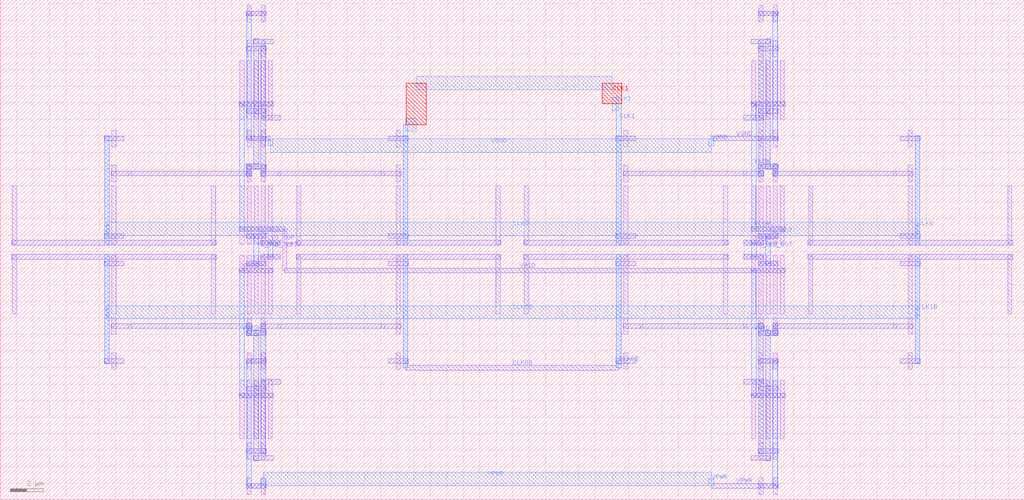
<source format=lef>
MACRO DCDC_CONV2TO1_1
  ORIGIN 0 0 ;
  FOREIGN DCDC_CONV2TO1_1 0 0 ;
  SIZE 61.92 BY 30.24 ;
  PIN CLK0
    DIRECTION INOUT ;
    USE SIGNAL ;
    PORT 
      LAYER M3 ;
        RECT 6.31 15.38 6.59 22 ;
      LAYER M3 ;
        RECT 55.33 15.38 55.61 22 ;
      LAYER M3 ;
        RECT 6.31 16.195 6.59 16.565 ;
      LAYER M4 ;
        RECT 6.45 15.98 55.47 16.78 ;
      LAYER M3 ;
        RECT 55.33 16.195 55.61 16.565 ;
    END
  END CLK0
  PIN CLK0B
    DIRECTION INOUT ;
    USE SIGNAL ;
    PORT 
      LAYER M3 ;
        RECT 24.37 8.24 24.65 14.86 ;
      LAYER M3 ;
        RECT 37.27 8.24 37.55 14.86 ;
      LAYER M3 ;
        RECT 24.37 7.98 24.65 8.4 ;
      LAYER M2 ;
        RECT 24.51 7.84 37.41 8.12 ;
      LAYER M3 ;
        RECT 37.27 7.98 37.55 8.4 ;
    END
  END CLK0B
  PIN CLK1
    DIRECTION INOUT ;
    USE SIGNAL ;
    PORT 
      LAYER M3 ;
        RECT 24.37 15.38 24.65 22 ;
      LAYER M3 ;
        RECT 37.27 15.38 37.55 22 ;
      LAYER M3 ;
        RECT 24.37 21.84 24.65 22.68 ;
      LAYER M4 ;
        RECT 24.51 22.28 25.16 23.08 ;
      LAYER M5 ;
        RECT 24.57 22.68 25.75 25.2 ;
      LAYER M4 ;
        RECT 25.16 24.8 37 25.6 ;
      LAYER M5 ;
        RECT 36.41 23.94 37.59 25.2 ;
      LAYER M4 ;
        RECT 37 23.54 37.41 24.34 ;
      LAYER M3 ;
        RECT 37.27 21.84 37.55 23.94 ;
    END
  END CLK1
  PIN CLK1B
    DIRECTION INOUT ;
    USE SIGNAL ;
    PORT 
      LAYER M3 ;
        RECT 6.31 8.24 6.59 14.86 ;
      LAYER M3 ;
        RECT 55.33 8.24 55.61 14.86 ;
      LAYER M3 ;
        RECT 6.31 11.155 6.59 11.525 ;
      LAYER M4 ;
        RECT 6.45 10.94 55.47 11.74 ;
      LAYER M3 ;
        RECT 55.33 11.155 55.61 11.525 ;
    END
  END CLK1B
  PIN VGND
    DIRECTION INOUT ;
    USE SIGNAL ;
    PORT 
      LAYER M2 ;
        RECT 14.88 29.26 16.08 29.54 ;
      LAYER M2 ;
        RECT 14.88 21.7 16.08 21.98 ;
      LAYER M2 ;
        RECT 14.89 29.26 15.21 29.54 ;
      LAYER M3 ;
        RECT 14.91 21.84 15.19 29.4 ;
      LAYER M2 ;
        RECT 14.89 21.7 15.21 21.98 ;
      LAYER M2 ;
        RECT 45.84 29.26 47.04 29.54 ;
      LAYER M2 ;
        RECT 45.84 21.7 47.04 21.98 ;
      LAYER M2 ;
        RECT 46.71 29.26 47.03 29.54 ;
      LAYER M3 ;
        RECT 46.73 21.84 47.01 29.4 ;
      LAYER M2 ;
        RECT 46.71 21.7 47.03 21.98 ;
      LAYER M2 ;
        RECT 15.91 21.7 16.34 21.98 ;
      LAYER M3 ;
        RECT 16.2 21.42 16.48 21.84 ;
      LAYER M4 ;
        RECT 16.34 21.02 43 21.82 ;
      LAYER M3 ;
        RECT 42.86 21.42 43.14 21.84 ;
      LAYER M2 ;
        RECT 43 21.7 46.01 21.98 ;
    END
  END VGND
  PIN VHIGH
    DIRECTION INOUT ;
    USE SIGNAL ;
    PORT 
      LAYER M2 ;
        RECT 14.45 6.16 16.51 6.44 ;
      LAYER M2 ;
        RECT 14.45 13.72 16.51 14 ;
      LAYER M2 ;
        RECT 14.46 6.16 14.78 6.44 ;
      LAYER M3 ;
        RECT 14.48 6.3 14.76 13.86 ;
      LAYER M2 ;
        RECT 14.46 13.72 14.78 14 ;
    END
  END VHIGH
  PIN VMID
    DIRECTION INOUT ;
    USE SIGNAL ;
    PORT 
      LAYER M2 ;
        RECT 14.45 23.8 16.51 24.08 ;
      LAYER M2 ;
        RECT 14.45 16.24 16.51 16.52 ;
      LAYER M2 ;
        RECT 14.46 23.8 14.78 24.08 ;
      LAYER M3 ;
        RECT 14.48 16.38 14.76 23.94 ;
      LAYER M2 ;
        RECT 14.46 16.24 14.78 16.52 ;
      LAYER M2 ;
        RECT 45.41 6.16 47.47 6.44 ;
      LAYER M2 ;
        RECT 45.41 13.72 47.47 14 ;
      LAYER M2 ;
        RECT 45.42 6.16 45.74 6.44 ;
      LAYER M3 ;
        RECT 45.44 6.3 45.72 13.86 ;
      LAYER M2 ;
        RECT 45.42 13.72 45.74 14 ;
      LAYER M2 ;
        RECT 16.34 16.24 17.2 16.52 ;
      LAYER M1 ;
        RECT 17.075 13.86 17.325 16.38 ;
      LAYER M2 ;
        RECT 17.2 13.72 45.58 14 ;
    END
  END VMID
  PIN VPWR
    DIRECTION INOUT ;
    USE SIGNAL ;
    PORT 
      LAYER M2 ;
        RECT 14.88 0.7 16.08 0.98 ;
      LAYER M2 ;
        RECT 14.88 8.26 16.08 8.54 ;
      LAYER M2 ;
        RECT 14.89 0.7 15.21 0.98 ;
      LAYER M3 ;
        RECT 14.91 0.84 15.19 8.4 ;
      LAYER M2 ;
        RECT 14.89 8.26 15.21 8.54 ;
      LAYER M2 ;
        RECT 45.84 0.7 47.04 0.98 ;
      LAYER M2 ;
        RECT 45.84 8.26 47.04 8.54 ;
      LAYER M2 ;
        RECT 46.71 0.7 47.03 0.98 ;
      LAYER M3 ;
        RECT 46.73 0.84 47.01 8.4 ;
      LAYER M2 ;
        RECT 46.71 8.26 47.03 8.54 ;
      LAYER M2 ;
        RECT 15.75 0.7 16.07 0.98 ;
      LAYER M3 ;
        RECT 15.77 0.84 16.05 1.26 ;
      LAYER M4 ;
        RECT 15.91 0.86 43 1.66 ;
      LAYER M3 ;
        RECT 42.86 0.84 43.14 1.26 ;
      LAYER M2 ;
        RECT 43 0.7 46.01 0.98 ;
    END
  END VPWR
  PIN Y0_TOP
    DIRECTION INOUT ;
    USE SIGNAL ;
    PORT 
      LAYER M2 ;
        RECT 15.74 14.56 16.94 14.84 ;
      LAYER M2 ;
        RECT 15.74 15.4 16.94 15.68 ;
      LAYER M2 ;
        RECT 16.18 14.56 16.5 14.84 ;
      LAYER M3 ;
        RECT 16.2 14.7 16.48 15.54 ;
      LAYER M2 ;
        RECT 16.18 15.4 16.5 15.68 ;
    END
  END Y0_TOP
  PIN Y1_TOP
    DIRECTION INOUT ;
    USE SIGNAL ;
    PORT 
      LAYER M2 ;
        RECT 14.88 14.14 16.08 14.42 ;
      LAYER M2 ;
        RECT 14.88 15.82 16.08 16.1 ;
      LAYER M2 ;
        RECT 15.32 14.14 15.64 14.42 ;
      LAYER M3 ;
        RECT 15.34 14.28 15.62 15.96 ;
      LAYER M2 ;
        RECT 15.32 15.82 15.64 16.1 ;
    END
  END Y1_TOP
  PIN VLOW
    DIRECTION INOUT ;
    USE SIGNAL ;
    PORT 
      LAYER M2 ;
        RECT 45.41 23.8 47.47 24.08 ;
      LAYER M2 ;
        RECT 45.41 16.24 47.47 16.52 ;
      LAYER M2 ;
        RECT 45.42 23.8 45.74 24.08 ;
      LAYER M3 ;
        RECT 45.44 16.38 45.72 23.94 ;
      LAYER M2 ;
        RECT 45.42 16.24 45.74 16.52 ;
    END
  END VLOW
  PIN Y0_BOT
    DIRECTION INOUT ;
    USE SIGNAL ;
    PORT 
      LAYER M2 ;
        RECT 44.98 14.56 46.18 14.84 ;
      LAYER M2 ;
        RECT 44.98 15.4 46.18 15.68 ;
      LAYER M2 ;
        RECT 45.42 14.56 45.74 14.84 ;
      LAYER M3 ;
        RECT 45.44 14.7 45.72 15.54 ;
      LAYER M2 ;
        RECT 45.42 15.4 45.74 15.68 ;
    END
  END Y0_BOT
  PIN Y1_BOT
    DIRECTION INOUT ;
    USE SIGNAL ;
    PORT 
      LAYER M2 ;
        RECT 45.84 14.14 47.04 14.42 ;
      LAYER M2 ;
        RECT 45.84 15.82 47.04 16.1 ;
      LAYER M2 ;
        RECT 46.28 14.14 46.6 14.42 ;
      LAYER M3 ;
        RECT 46.3 14.28 46.58 15.96 ;
      LAYER M2 ;
        RECT 46.28 15.82 46.6 16.1 ;
    END
  END Y1_BOT
  OBS 
  LAYER M3 ;
        RECT 15.77 2.78 16.05 7.3 ;
  LAYER M2 ;
        RECT 15.74 10.36 16.94 10.64 ;
  LAYER M2 ;
        RECT 23.05 10.36 24.25 10.64 ;
  LAYER M3 ;
        RECT 15.77 7.14 16.05 10.5 ;
  LAYER M2 ;
        RECT 15.75 10.36 16.07 10.64 ;
  LAYER M2 ;
        RECT 16.77 10.36 23.22 10.64 ;
  LAYER M2 ;
        RECT 15.75 10.36 16.07 10.64 ;
  LAYER M3 ;
        RECT 15.77 10.34 16.05 10.66 ;
  LAYER M2 ;
        RECT 15.75 10.36 16.07 10.64 ;
  LAYER M3 ;
        RECT 15.77 10.34 16.05 10.66 ;
  LAYER M2 ;
        RECT 15.75 10.36 16.07 10.64 ;
  LAYER M3 ;
        RECT 15.77 10.34 16.05 10.66 ;
  LAYER M2 ;
        RECT 15.75 10.36 16.07 10.64 ;
  LAYER M3 ;
        RECT 15.77 10.34 16.05 10.66 ;
  LAYER M3 ;
        RECT 15.34 2.36 15.62 6.88 ;
  LAYER M2 ;
        RECT 14.88 9.94 16.08 10.22 ;
  LAYER M2 ;
        RECT 6.71 10.36 7.91 10.64 ;
  LAYER M3 ;
        RECT 15.34 6.72 15.62 10.08 ;
  LAYER M2 ;
        RECT 15.32 9.94 15.64 10.22 ;
  LAYER M2 ;
        RECT 14.89 9.94 15.21 10.22 ;
  LAYER M3 ;
        RECT 14.91 10.08 15.19 10.5 ;
  LAYER M2 ;
        RECT 7.74 10.36 15.05 10.64 ;
  LAYER M2 ;
        RECT 15.32 9.94 15.64 10.22 ;
  LAYER M3 ;
        RECT 15.34 9.92 15.62 10.24 ;
  LAYER M2 ;
        RECT 15.32 9.94 15.64 10.22 ;
  LAYER M3 ;
        RECT 15.34 9.92 15.62 10.24 ;
  LAYER M2 ;
        RECT 14.89 9.94 15.21 10.22 ;
  LAYER M3 ;
        RECT 14.91 9.92 15.19 10.24 ;
  LAYER M2 ;
        RECT 14.89 10.36 15.21 10.64 ;
  LAYER M3 ;
        RECT 14.91 10.34 15.19 10.66 ;
  LAYER M2 ;
        RECT 15.32 9.94 15.64 10.22 ;
  LAYER M3 ;
        RECT 15.34 9.92 15.62 10.24 ;
  LAYER M2 ;
        RECT 14.89 9.94 15.21 10.22 ;
  LAYER M3 ;
        RECT 14.91 9.92 15.19 10.24 ;
  LAYER M2 ;
        RECT 14.89 10.36 15.21 10.64 ;
  LAYER M3 ;
        RECT 14.91 10.34 15.19 10.66 ;
  LAYER M2 ;
        RECT 15.32 9.94 15.64 10.22 ;
  LAYER M3 ;
        RECT 15.34 9.92 15.62 10.24 ;
  LAYER M1 ;
        RECT 15.785 3.695 16.035 7.225 ;
  LAYER M1 ;
        RECT 15.785 2.435 16.035 3.445 ;
  LAYER M1 ;
        RECT 15.785 0.335 16.035 1.345 ;
  LAYER M1 ;
        RECT 16.215 3.695 16.465 7.225 ;
  LAYER M1 ;
        RECT 15.355 3.695 15.605 7.225 ;
  LAYER M1 ;
        RECT 14.925 3.695 15.175 7.225 ;
  LAYER M1 ;
        RECT 14.925 2.435 15.175 3.445 ;
  LAYER M1 ;
        RECT 14.925 0.335 15.175 1.345 ;
  LAYER M1 ;
        RECT 14.495 3.695 14.745 7.225 ;
  LAYER M2 ;
        RECT 15.74 7 16.94 7.28 ;
  LAYER M2 ;
        RECT 14.88 2.8 16.08 3.08 ;
  LAYER M2 ;
        RECT 14.88 6.58 16.08 6.86 ;
  LAYER M2 ;
        RECT 15.31 2.38 16.51 2.66 ;
  LAYER M2 ;
        RECT 14.88 0.7 16.08 0.98 ;
  LAYER M3 ;
        RECT 15.77 2.78 16.05 7.3 ;
  LAYER M3 ;
        RECT 15.34 2.36 15.62 6.88 ;
  LAYER M2 ;
        RECT 14.45 6.16 16.51 6.44 ;
  LAYER M1 ;
        RECT 15.785 11.255 16.035 14.785 ;
  LAYER M1 ;
        RECT 15.785 9.995 16.035 11.005 ;
  LAYER M1 ;
        RECT 15.785 7.895 16.035 8.905 ;
  LAYER M1 ;
        RECT 16.215 11.255 16.465 14.785 ;
  LAYER M1 ;
        RECT 15.355 11.255 15.605 14.785 ;
  LAYER M1 ;
        RECT 14.925 11.255 15.175 14.785 ;
  LAYER M1 ;
        RECT 14.925 9.995 15.175 11.005 ;
  LAYER M1 ;
        RECT 14.925 7.895 15.175 8.905 ;
  LAYER M1 ;
        RECT 14.495 11.255 14.745 14.785 ;
  LAYER M2 ;
        RECT 14.88 8.26 16.08 8.54 ;
  LAYER M2 ;
        RECT 15.74 14.56 16.94 14.84 ;
  LAYER M2 ;
        RECT 14.88 14.14 16.08 14.42 ;
  LAYER M2 ;
        RECT 15.74 10.36 16.94 10.64 ;
  LAYER M2 ;
        RECT 14.88 9.94 16.08 10.22 ;
  LAYER M2 ;
        RECT 14.45 13.72 16.51 14 ;
  LAYER M1 ;
        RECT 23.955 11.255 24.205 14.785 ;
  LAYER M1 ;
        RECT 23.955 9.995 24.205 11.005 ;
  LAYER M1 ;
        RECT 23.955 7.895 24.205 8.905 ;
  LAYER M1 ;
        RECT 17.935 11.255 18.185 14.785 ;
  LAYER M1 ;
        RECT 29.975 11.255 30.225 14.785 ;
  LAYER M2 ;
        RECT 17.89 14.56 30.27 14.84 ;
  LAYER M2 ;
        RECT 23.48 8.26 24.68 8.54 ;
  LAYER M2 ;
        RECT 23.48 14.14 24.68 14.42 ;
  LAYER M2 ;
        RECT 23.05 10.36 24.25 10.64 ;
  LAYER M3 ;
        RECT 24.37 8.24 24.65 14.86 ;
  LAYER M1 ;
        RECT 6.755 11.255 7.005 14.785 ;
  LAYER M1 ;
        RECT 6.755 9.995 7.005 11.005 ;
  LAYER M1 ;
        RECT 6.755 7.895 7.005 8.905 ;
  LAYER M1 ;
        RECT 12.775 11.255 13.025 14.785 ;
  LAYER M1 ;
        RECT 0.735 11.255 0.985 14.785 ;
  LAYER M2 ;
        RECT 0.69 14.56 13.07 14.84 ;
  LAYER M2 ;
        RECT 6.28 8.26 7.48 8.54 ;
  LAYER M2 ;
        RECT 6.28 14.14 7.48 14.42 ;
  LAYER M2 ;
        RECT 6.71 10.36 7.91 10.64 ;
  LAYER M3 ;
        RECT 6.31 8.24 6.59 14.86 ;
  LAYER M3 ;
        RECT 15.77 22.94 16.05 27.46 ;
  LAYER M2 ;
        RECT 15.74 19.6 16.94 19.88 ;
  LAYER M2 ;
        RECT 23.05 19.6 24.25 19.88 ;
  LAYER M3 ;
        RECT 15.77 19.74 16.05 23.1 ;
  LAYER M2 ;
        RECT 15.75 19.6 16.07 19.88 ;
  LAYER M2 ;
        RECT 16.77 19.6 23.22 19.88 ;
  LAYER M2 ;
        RECT 15.75 19.6 16.07 19.88 ;
  LAYER M3 ;
        RECT 15.77 19.58 16.05 19.9 ;
  LAYER M2 ;
        RECT 15.75 19.6 16.07 19.88 ;
  LAYER M3 ;
        RECT 15.77 19.58 16.05 19.9 ;
  LAYER M2 ;
        RECT 15.75 19.6 16.07 19.88 ;
  LAYER M3 ;
        RECT 15.77 19.58 16.05 19.9 ;
  LAYER M2 ;
        RECT 15.75 19.6 16.07 19.88 ;
  LAYER M3 ;
        RECT 15.77 19.58 16.05 19.9 ;
  LAYER M3 ;
        RECT 15.34 23.36 15.62 27.88 ;
  LAYER M2 ;
        RECT 14.88 20.02 16.08 20.3 ;
  LAYER M2 ;
        RECT 6.71 19.6 7.91 19.88 ;
  LAYER M3 ;
        RECT 15.34 20.16 15.62 23.52 ;
  LAYER M2 ;
        RECT 15.32 20.02 15.64 20.3 ;
  LAYER M2 ;
        RECT 14.89 20.02 15.21 20.3 ;
  LAYER M3 ;
        RECT 14.91 19.74 15.19 20.16 ;
  LAYER M2 ;
        RECT 7.74 19.6 15.05 19.88 ;
  LAYER M2 ;
        RECT 15.32 20.02 15.64 20.3 ;
  LAYER M3 ;
        RECT 15.34 20 15.62 20.32 ;
  LAYER M2 ;
        RECT 15.32 20.02 15.64 20.3 ;
  LAYER M3 ;
        RECT 15.34 20 15.62 20.32 ;
  LAYER M2 ;
        RECT 14.89 19.6 15.21 19.88 ;
  LAYER M3 ;
        RECT 14.91 19.58 15.19 19.9 ;
  LAYER M2 ;
        RECT 14.89 20.02 15.21 20.3 ;
  LAYER M3 ;
        RECT 14.91 20 15.19 20.32 ;
  LAYER M2 ;
        RECT 15.32 20.02 15.64 20.3 ;
  LAYER M3 ;
        RECT 15.34 20 15.62 20.32 ;
  LAYER M2 ;
        RECT 14.89 19.6 15.21 19.88 ;
  LAYER M3 ;
        RECT 14.91 19.58 15.19 19.9 ;
  LAYER M2 ;
        RECT 14.89 20.02 15.21 20.3 ;
  LAYER M3 ;
        RECT 14.91 20 15.19 20.32 ;
  LAYER M2 ;
        RECT 15.32 20.02 15.64 20.3 ;
  LAYER M3 ;
        RECT 15.34 20 15.62 20.32 ;
  LAYER M1 ;
        RECT 15.785 23.015 16.035 26.545 ;
  LAYER M1 ;
        RECT 15.785 26.795 16.035 27.805 ;
  LAYER M1 ;
        RECT 15.785 28.895 16.035 29.905 ;
  LAYER M1 ;
        RECT 16.215 23.015 16.465 26.545 ;
  LAYER M1 ;
        RECT 15.355 23.015 15.605 26.545 ;
  LAYER M1 ;
        RECT 14.925 23.015 15.175 26.545 ;
  LAYER M1 ;
        RECT 14.925 26.795 15.175 27.805 ;
  LAYER M1 ;
        RECT 14.925 28.895 15.175 29.905 ;
  LAYER M1 ;
        RECT 14.495 23.015 14.745 26.545 ;
  LAYER M2 ;
        RECT 15.74 22.96 16.94 23.24 ;
  LAYER M2 ;
        RECT 14.88 27.16 16.08 27.44 ;
  LAYER M2 ;
        RECT 14.88 23.38 16.08 23.66 ;
  LAYER M2 ;
        RECT 15.31 27.58 16.51 27.86 ;
  LAYER M2 ;
        RECT 14.88 29.26 16.08 29.54 ;
  LAYER M3 ;
        RECT 15.77 22.94 16.05 27.46 ;
  LAYER M3 ;
        RECT 15.34 23.36 15.62 27.88 ;
  LAYER M2 ;
        RECT 14.45 23.8 16.51 24.08 ;
  LAYER M1 ;
        RECT 15.785 15.455 16.035 18.985 ;
  LAYER M1 ;
        RECT 15.785 19.235 16.035 20.245 ;
  LAYER M1 ;
        RECT 15.785 21.335 16.035 22.345 ;
  LAYER M1 ;
        RECT 16.215 15.455 16.465 18.985 ;
  LAYER M1 ;
        RECT 15.355 15.455 15.605 18.985 ;
  LAYER M1 ;
        RECT 14.925 15.455 15.175 18.985 ;
  LAYER M1 ;
        RECT 14.925 19.235 15.175 20.245 ;
  LAYER M1 ;
        RECT 14.925 21.335 15.175 22.345 ;
  LAYER M1 ;
        RECT 14.495 15.455 14.745 18.985 ;
  LAYER M2 ;
        RECT 14.88 21.7 16.08 21.98 ;
  LAYER M2 ;
        RECT 15.74 15.4 16.94 15.68 ;
  LAYER M2 ;
        RECT 14.88 15.82 16.08 16.1 ;
  LAYER M2 ;
        RECT 15.74 19.6 16.94 19.88 ;
  LAYER M2 ;
        RECT 14.88 20.02 16.08 20.3 ;
  LAYER M2 ;
        RECT 14.45 16.24 16.51 16.52 ;
  LAYER M1 ;
        RECT 23.955 15.455 24.205 18.985 ;
  LAYER M1 ;
        RECT 23.955 19.235 24.205 20.245 ;
  LAYER M1 ;
        RECT 23.955 21.335 24.205 22.345 ;
  LAYER M1 ;
        RECT 17.935 15.455 18.185 18.985 ;
  LAYER M1 ;
        RECT 29.975 15.455 30.225 18.985 ;
  LAYER M2 ;
        RECT 17.89 15.4 30.27 15.68 ;
  LAYER M2 ;
        RECT 23.48 21.7 24.68 21.98 ;
  LAYER M2 ;
        RECT 23.48 15.82 24.68 16.1 ;
  LAYER M2 ;
        RECT 23.05 19.6 24.25 19.88 ;
  LAYER M3 ;
        RECT 24.37 15.38 24.65 22 ;
  LAYER M1 ;
        RECT 6.755 15.455 7.005 18.985 ;
  LAYER M1 ;
        RECT 6.755 19.235 7.005 20.245 ;
  LAYER M1 ;
        RECT 6.755 21.335 7.005 22.345 ;
  LAYER M1 ;
        RECT 12.775 15.455 13.025 18.985 ;
  LAYER M1 ;
        RECT 0.735 15.455 0.985 18.985 ;
  LAYER M2 ;
        RECT 0.69 15.4 13.07 15.68 ;
  LAYER M2 ;
        RECT 6.28 21.7 7.48 21.98 ;
  LAYER M2 ;
        RECT 6.28 15.82 7.48 16.1 ;
  LAYER M2 ;
        RECT 6.71 19.6 7.91 19.88 ;
  LAYER M3 ;
        RECT 6.31 15.38 6.59 22 ;
  LAYER M3 ;
        RECT 45.87 2.78 46.15 7.3 ;
  LAYER M2 ;
        RECT 44.98 10.36 46.18 10.64 ;
  LAYER M2 ;
        RECT 37.67 10.36 38.87 10.64 ;
  LAYER M3 ;
        RECT 45.87 7.14 46.15 10.5 ;
  LAYER M2 ;
        RECT 45.85 10.36 46.17 10.64 ;
  LAYER M2 ;
        RECT 38.7 10.36 45.15 10.64 ;
  LAYER M2 ;
        RECT 45.85 10.36 46.17 10.64 ;
  LAYER M3 ;
        RECT 45.87 10.34 46.15 10.66 ;
  LAYER M2 ;
        RECT 45.85 10.36 46.17 10.64 ;
  LAYER M3 ;
        RECT 45.87 10.34 46.15 10.66 ;
  LAYER M2 ;
        RECT 45.85 10.36 46.17 10.64 ;
  LAYER M3 ;
        RECT 45.87 10.34 46.15 10.66 ;
  LAYER M2 ;
        RECT 45.85 10.36 46.17 10.64 ;
  LAYER M3 ;
        RECT 45.87 10.34 46.15 10.66 ;
  LAYER M3 ;
        RECT 46.3 2.36 46.58 6.88 ;
  LAYER M2 ;
        RECT 45.84 9.94 47.04 10.22 ;
  LAYER M2 ;
        RECT 54.01 10.36 55.21 10.64 ;
  LAYER M3 ;
        RECT 46.3 6.72 46.58 10.08 ;
  LAYER M2 ;
        RECT 46.28 9.94 46.6 10.22 ;
  LAYER M2 ;
        RECT 46.71 9.94 47.03 10.22 ;
  LAYER M3 ;
        RECT 46.73 10.08 47.01 10.5 ;
  LAYER M2 ;
        RECT 46.87 10.36 54.18 10.64 ;
  LAYER M2 ;
        RECT 46.28 9.94 46.6 10.22 ;
  LAYER M3 ;
        RECT 46.3 9.92 46.58 10.24 ;
  LAYER M2 ;
        RECT 46.28 9.94 46.6 10.22 ;
  LAYER M3 ;
        RECT 46.3 9.92 46.58 10.24 ;
  LAYER M2 ;
        RECT 46.28 9.94 46.6 10.22 ;
  LAYER M3 ;
        RECT 46.3 9.92 46.58 10.24 ;
  LAYER M2 ;
        RECT 46.71 9.94 47.03 10.22 ;
  LAYER M3 ;
        RECT 46.73 9.92 47.01 10.24 ;
  LAYER M2 ;
        RECT 46.71 10.36 47.03 10.64 ;
  LAYER M3 ;
        RECT 46.73 10.34 47.01 10.66 ;
  LAYER M2 ;
        RECT 46.28 9.94 46.6 10.22 ;
  LAYER M3 ;
        RECT 46.3 9.92 46.58 10.24 ;
  LAYER M2 ;
        RECT 46.71 9.94 47.03 10.22 ;
  LAYER M3 ;
        RECT 46.73 9.92 47.01 10.24 ;
  LAYER M2 ;
        RECT 46.71 10.36 47.03 10.64 ;
  LAYER M3 ;
        RECT 46.73 10.34 47.01 10.66 ;
  LAYER M1 ;
        RECT 45.885 3.695 46.135 7.225 ;
  LAYER M1 ;
        RECT 45.885 2.435 46.135 3.445 ;
  LAYER M1 ;
        RECT 45.885 0.335 46.135 1.345 ;
  LAYER M1 ;
        RECT 45.455 3.695 45.705 7.225 ;
  LAYER M1 ;
        RECT 46.315 3.695 46.565 7.225 ;
  LAYER M1 ;
        RECT 46.745 3.695 46.995 7.225 ;
  LAYER M1 ;
        RECT 46.745 2.435 46.995 3.445 ;
  LAYER M1 ;
        RECT 46.745 0.335 46.995 1.345 ;
  LAYER M1 ;
        RECT 47.175 3.695 47.425 7.225 ;
  LAYER M2 ;
        RECT 44.98 7 46.18 7.28 ;
  LAYER M2 ;
        RECT 45.84 2.8 47.04 3.08 ;
  LAYER M2 ;
        RECT 45.84 6.58 47.04 6.86 ;
  LAYER M2 ;
        RECT 45.41 2.38 46.61 2.66 ;
  LAYER M2 ;
        RECT 45.84 0.7 47.04 0.98 ;
  LAYER M3 ;
        RECT 45.87 2.78 46.15 7.3 ;
  LAYER M3 ;
        RECT 46.3 2.36 46.58 6.88 ;
  LAYER M2 ;
        RECT 45.41 6.16 47.47 6.44 ;
  LAYER M1 ;
        RECT 45.885 11.255 46.135 14.785 ;
  LAYER M1 ;
        RECT 45.885 9.995 46.135 11.005 ;
  LAYER M1 ;
        RECT 45.885 7.895 46.135 8.905 ;
  LAYER M1 ;
        RECT 45.455 11.255 45.705 14.785 ;
  LAYER M1 ;
        RECT 46.315 11.255 46.565 14.785 ;
  LAYER M1 ;
        RECT 46.745 11.255 46.995 14.785 ;
  LAYER M1 ;
        RECT 46.745 9.995 46.995 11.005 ;
  LAYER M1 ;
        RECT 46.745 7.895 46.995 8.905 ;
  LAYER M1 ;
        RECT 47.175 11.255 47.425 14.785 ;
  LAYER M2 ;
        RECT 45.84 8.26 47.04 8.54 ;
  LAYER M2 ;
        RECT 44.98 14.56 46.18 14.84 ;
  LAYER M2 ;
        RECT 45.84 14.14 47.04 14.42 ;
  LAYER M2 ;
        RECT 44.98 10.36 46.18 10.64 ;
  LAYER M2 ;
        RECT 45.84 9.94 47.04 10.22 ;
  LAYER M2 ;
        RECT 45.41 13.72 47.47 14 ;
  LAYER M1 ;
        RECT 37.715 11.255 37.965 14.785 ;
  LAYER M1 ;
        RECT 37.715 9.995 37.965 11.005 ;
  LAYER M1 ;
        RECT 37.715 7.895 37.965 8.905 ;
  LAYER M1 ;
        RECT 43.735 11.255 43.985 14.785 ;
  LAYER M1 ;
        RECT 31.695 11.255 31.945 14.785 ;
  LAYER M2 ;
        RECT 31.65 14.56 44.03 14.84 ;
  LAYER M2 ;
        RECT 37.24 8.26 38.44 8.54 ;
  LAYER M2 ;
        RECT 37.24 14.14 38.44 14.42 ;
  LAYER M2 ;
        RECT 37.67 10.36 38.87 10.64 ;
  LAYER M3 ;
        RECT 37.27 8.24 37.55 14.86 ;
  LAYER M1 ;
        RECT 54.915 11.255 55.165 14.785 ;
  LAYER M1 ;
        RECT 54.915 9.995 55.165 11.005 ;
  LAYER M1 ;
        RECT 54.915 7.895 55.165 8.905 ;
  LAYER M1 ;
        RECT 48.895 11.255 49.145 14.785 ;
  LAYER M1 ;
        RECT 60.935 11.255 61.185 14.785 ;
  LAYER M2 ;
        RECT 48.85 14.56 61.23 14.84 ;
  LAYER M2 ;
        RECT 54.44 8.26 55.64 8.54 ;
  LAYER M2 ;
        RECT 54.44 14.14 55.64 14.42 ;
  LAYER M2 ;
        RECT 54.01 10.36 55.21 10.64 ;
  LAYER M3 ;
        RECT 55.33 8.24 55.61 14.86 ;
  LAYER M3 ;
        RECT 45.87 22.94 46.15 27.46 ;
  LAYER M2 ;
        RECT 44.98 19.6 46.18 19.88 ;
  LAYER M2 ;
        RECT 37.67 19.6 38.87 19.88 ;
  LAYER M3 ;
        RECT 45.87 19.74 46.15 23.1 ;
  LAYER M2 ;
        RECT 45.85 19.6 46.17 19.88 ;
  LAYER M2 ;
        RECT 38.7 19.6 45.15 19.88 ;
  LAYER M2 ;
        RECT 45.85 19.6 46.17 19.88 ;
  LAYER M3 ;
        RECT 45.87 19.58 46.15 19.9 ;
  LAYER M2 ;
        RECT 45.85 19.6 46.17 19.88 ;
  LAYER M3 ;
        RECT 45.87 19.58 46.15 19.9 ;
  LAYER M2 ;
        RECT 45.85 19.6 46.17 19.88 ;
  LAYER M3 ;
        RECT 45.87 19.58 46.15 19.9 ;
  LAYER M2 ;
        RECT 45.85 19.6 46.17 19.88 ;
  LAYER M3 ;
        RECT 45.87 19.58 46.15 19.9 ;
  LAYER M3 ;
        RECT 46.3 23.36 46.58 27.88 ;
  LAYER M2 ;
        RECT 45.84 20.02 47.04 20.3 ;
  LAYER M2 ;
        RECT 54.01 19.6 55.21 19.88 ;
  LAYER M3 ;
        RECT 46.3 20.16 46.58 23.52 ;
  LAYER M2 ;
        RECT 46.28 20.02 46.6 20.3 ;
  LAYER M2 ;
        RECT 46.71 20.02 47.03 20.3 ;
  LAYER M3 ;
        RECT 46.73 19.74 47.01 20.16 ;
  LAYER M2 ;
        RECT 46.87 19.6 54.18 19.88 ;
  LAYER M2 ;
        RECT 46.28 20.02 46.6 20.3 ;
  LAYER M3 ;
        RECT 46.3 20 46.58 20.32 ;
  LAYER M2 ;
        RECT 46.28 20.02 46.6 20.3 ;
  LAYER M3 ;
        RECT 46.3 20 46.58 20.32 ;
  LAYER M2 ;
        RECT 46.28 20.02 46.6 20.3 ;
  LAYER M3 ;
        RECT 46.3 20 46.58 20.32 ;
  LAYER M2 ;
        RECT 46.71 19.6 47.03 19.88 ;
  LAYER M3 ;
        RECT 46.73 19.58 47.01 19.9 ;
  LAYER M2 ;
        RECT 46.71 20.02 47.03 20.3 ;
  LAYER M3 ;
        RECT 46.73 20 47.01 20.32 ;
  LAYER M2 ;
        RECT 46.28 20.02 46.6 20.3 ;
  LAYER M3 ;
        RECT 46.3 20 46.58 20.32 ;
  LAYER M2 ;
        RECT 46.71 19.6 47.03 19.88 ;
  LAYER M3 ;
        RECT 46.73 19.58 47.01 19.9 ;
  LAYER M2 ;
        RECT 46.71 20.02 47.03 20.3 ;
  LAYER M3 ;
        RECT 46.73 20 47.01 20.32 ;
  LAYER M1 ;
        RECT 45.885 23.015 46.135 26.545 ;
  LAYER M1 ;
        RECT 45.885 26.795 46.135 27.805 ;
  LAYER M1 ;
        RECT 45.885 28.895 46.135 29.905 ;
  LAYER M1 ;
        RECT 45.455 23.015 45.705 26.545 ;
  LAYER M1 ;
        RECT 46.315 23.015 46.565 26.545 ;
  LAYER M1 ;
        RECT 46.745 23.015 46.995 26.545 ;
  LAYER M1 ;
        RECT 46.745 26.795 46.995 27.805 ;
  LAYER M1 ;
        RECT 46.745 28.895 46.995 29.905 ;
  LAYER M1 ;
        RECT 47.175 23.015 47.425 26.545 ;
  LAYER M2 ;
        RECT 44.98 22.96 46.18 23.24 ;
  LAYER M2 ;
        RECT 45.84 27.16 47.04 27.44 ;
  LAYER M2 ;
        RECT 45.84 23.38 47.04 23.66 ;
  LAYER M2 ;
        RECT 45.41 27.58 46.61 27.86 ;
  LAYER M2 ;
        RECT 45.84 29.26 47.04 29.54 ;
  LAYER M3 ;
        RECT 45.87 22.94 46.15 27.46 ;
  LAYER M3 ;
        RECT 46.3 23.36 46.58 27.88 ;
  LAYER M2 ;
        RECT 45.41 23.8 47.47 24.08 ;
  LAYER M1 ;
        RECT 45.885 15.455 46.135 18.985 ;
  LAYER M1 ;
        RECT 45.885 19.235 46.135 20.245 ;
  LAYER M1 ;
        RECT 45.885 21.335 46.135 22.345 ;
  LAYER M1 ;
        RECT 45.455 15.455 45.705 18.985 ;
  LAYER M1 ;
        RECT 46.315 15.455 46.565 18.985 ;
  LAYER M1 ;
        RECT 46.745 15.455 46.995 18.985 ;
  LAYER M1 ;
        RECT 46.745 19.235 46.995 20.245 ;
  LAYER M1 ;
        RECT 46.745 21.335 46.995 22.345 ;
  LAYER M1 ;
        RECT 47.175 15.455 47.425 18.985 ;
  LAYER M2 ;
        RECT 45.84 21.7 47.04 21.98 ;
  LAYER M2 ;
        RECT 44.98 15.4 46.18 15.68 ;
  LAYER M2 ;
        RECT 45.84 15.82 47.04 16.1 ;
  LAYER M2 ;
        RECT 44.98 19.6 46.18 19.88 ;
  LAYER M2 ;
        RECT 45.84 20.02 47.04 20.3 ;
  LAYER M2 ;
        RECT 45.41 16.24 47.47 16.52 ;
  LAYER M1 ;
        RECT 37.715 15.455 37.965 18.985 ;
  LAYER M1 ;
        RECT 37.715 19.235 37.965 20.245 ;
  LAYER M1 ;
        RECT 37.715 21.335 37.965 22.345 ;
  LAYER M1 ;
        RECT 43.735 15.455 43.985 18.985 ;
  LAYER M1 ;
        RECT 31.695 15.455 31.945 18.985 ;
  LAYER M2 ;
        RECT 31.65 15.4 44.03 15.68 ;
  LAYER M2 ;
        RECT 37.24 21.7 38.44 21.98 ;
  LAYER M2 ;
        RECT 37.24 15.82 38.44 16.1 ;
  LAYER M2 ;
        RECT 37.67 19.6 38.87 19.88 ;
  LAYER M3 ;
        RECT 37.27 15.38 37.55 22 ;
  LAYER M1 ;
        RECT 54.915 15.455 55.165 18.985 ;
  LAYER M1 ;
        RECT 54.915 19.235 55.165 20.245 ;
  LAYER M1 ;
        RECT 54.915 21.335 55.165 22.345 ;
  LAYER M1 ;
        RECT 48.895 15.455 49.145 18.985 ;
  LAYER M1 ;
        RECT 60.935 15.455 61.185 18.985 ;
  LAYER M2 ;
        RECT 48.85 15.4 61.23 15.68 ;
  LAYER M2 ;
        RECT 54.44 21.7 55.64 21.98 ;
  LAYER M2 ;
        RECT 54.44 15.82 55.64 16.1 ;
  LAYER M2 ;
        RECT 54.01 19.6 55.21 19.88 ;
  LAYER M3 ;
        RECT 55.33 15.38 55.61 22 ;
  END 
END DCDC_CONV2TO1_1

</source>
